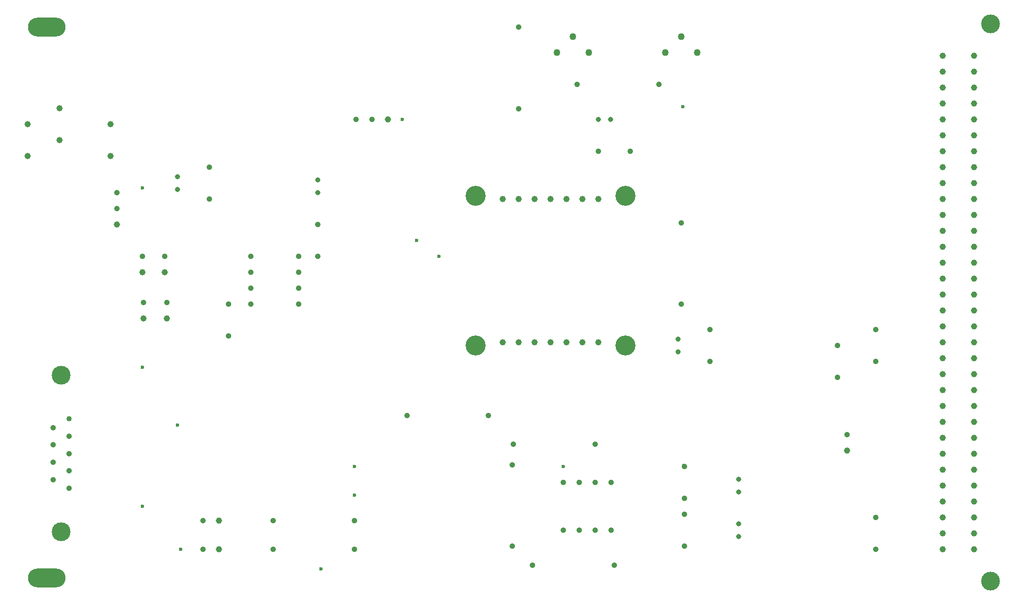
<source format=gbr>
G04 Generated by Ultiboard 10.0 *
%FSLAX25Y25*%
%MOIN*%

%ADD11C,0.02362*%
%ADD44O,0.23622X0.11811*%
%ADD13C,0.03500*%
%ADD45C,0.11833*%
%ADD46C,0.03333*%
%ADD16C,0.03150*%
%ADD17C,0.03543*%
%ADD18C,0.03917*%
%ADD20C,0.03937*%
%ADD47C,0.12598*%
%ADD15C,0.04333*%
%ADD12C,0.11811*%


G04 ColorRGB 000000 for the following layer *
%LNBohrung-Copper Top-Copper Bottom*%
%LPD*%
%FSLAX25Y25*%
%MOIN*%
G54D11*
X249000Y312000D03*
X110000Y42000D03*
X86000Y68984D03*
X108000Y120000D03*
X86000Y156467D03*
X198050Y29550D03*
X219000Y76000D03*
X219000Y94000D03*
X86000Y269000D03*
X303000Y126000D03*
X350000Y94000D03*
X258000Y236000D03*
X272000Y226000D03*
X425714Y94714D03*
X425000Y320000D03*
G54D44*
X26000Y24000D03*
X26000Y370000D03*
G54D13*
X30000Y96667D03*
X30000Y85750D03*
X30000Y107583D03*
X30000Y118500D03*
X40000Y91250D03*
X40000Y80333D03*
X40000Y113083D03*
X40000Y102167D03*
X70000Y266000D03*
X70000Y256000D03*
X140000Y176000D03*
X140000Y196000D03*
X124000Y60000D03*
X124000Y42000D03*
X86811Y197038D03*
X101548Y197038D03*
X86000Y226000D03*
X100000Y226000D03*
X196000Y226000D03*
X196000Y246000D03*
X154000Y206000D03*
X154000Y196000D03*
X154000Y216000D03*
X154000Y226000D03*
X184000Y206000D03*
X184000Y196000D03*
X184000Y216000D03*
X184000Y226000D03*
X128000Y282000D03*
X128000Y262000D03*
X220000Y312000D03*
X230000Y312000D03*
X380000Y54000D03*
X380000Y84000D03*
X360000Y54000D03*
X350000Y54000D03*
X370000Y54000D03*
X360000Y84000D03*
X350000Y84000D03*
X370000Y84000D03*
X425977Y94169D03*
X425977Y74169D03*
X426000Y64000D03*
X426000Y44000D03*
X442000Y160000D03*
X442000Y180000D03*
X372000Y292000D03*
X392000Y292000D03*
X546000Y62000D03*
X546000Y42000D03*
X528000Y114000D03*
X522000Y150000D03*
X522000Y170000D03*
X546000Y160000D03*
X546000Y180000D03*
G54D45*
X35000Y52917D03*
X35000Y151333D03*
G54D46*
X40000Y124000D03*
G54D16*
X108000Y276000D03*
X108000Y268126D03*
X196000Y266126D03*
X196000Y274000D03*
X460000Y50126D03*
X460000Y58000D03*
X460000Y78126D03*
X460000Y86000D03*
X422000Y174000D03*
X422000Y166126D03*
X379874Y312000D03*
X372000Y312000D03*
G54D17*
X252000Y126000D03*
X303181Y126000D03*
X168000Y60000D03*
X219181Y60000D03*
X168000Y42000D03*
X219181Y42000D03*
X330819Y32000D03*
X382000Y32000D03*
X318000Y44000D03*
X318000Y95181D03*
X318819Y108000D03*
X370000Y108000D03*
X424000Y196000D03*
X424000Y247181D03*
X358819Y334000D03*
X410000Y334000D03*
X322000Y318819D03*
X322000Y370000D03*
G54D18*
X70000Y246000D03*
X134000Y60000D03*
X134000Y42000D03*
X86811Y187038D03*
X101548Y187038D03*
X86000Y216000D03*
X100000Y216000D03*
X240000Y312000D03*
X528000Y104000D03*
G54D20*
X66000Y309000D03*
X34000Y319000D03*
X14000Y309000D03*
X66000Y289000D03*
X34000Y299000D03*
X14000Y289000D03*
X312000Y172000D03*
X342000Y172000D03*
X332000Y172000D03*
X322000Y172000D03*
X362000Y172000D03*
X352000Y172000D03*
X372000Y172000D03*
X312000Y262000D03*
X342000Y262000D03*
X332000Y262000D03*
X322000Y262000D03*
X362000Y262000D03*
X352000Y262000D03*
X372000Y262000D03*
X588000Y252000D03*
X607685Y252000D03*
X588000Y122000D03*
X607685Y122000D03*
X588000Y62000D03*
X607685Y62000D03*
X588000Y42000D03*
X588000Y52000D03*
X607685Y42000D03*
X607685Y52000D03*
X588000Y92000D03*
X588000Y82000D03*
X588000Y72000D03*
X588000Y112000D03*
X588000Y102000D03*
X607685Y92000D03*
X607685Y82000D03*
X607685Y72000D03*
X607685Y112000D03*
X607685Y102000D03*
X588000Y192000D03*
X607685Y192000D03*
X588000Y162000D03*
X588000Y142000D03*
X588000Y132000D03*
X588000Y152000D03*
X588000Y172000D03*
X588000Y182000D03*
X607685Y162000D03*
X607685Y142000D03*
X607685Y132000D03*
X607685Y152000D03*
X607685Y172000D03*
X607685Y182000D03*
X588000Y222000D03*
X588000Y202000D03*
X588000Y212000D03*
X588000Y232000D03*
X588000Y242000D03*
X607685Y222000D03*
X607685Y202000D03*
X607685Y212000D03*
X607685Y232000D03*
X607685Y242000D03*
X588000Y312000D03*
X607685Y312000D03*
X588000Y282000D03*
X588000Y272000D03*
X588000Y262000D03*
X588000Y302000D03*
X588000Y292000D03*
X607685Y282000D03*
X607685Y272000D03*
X607685Y262000D03*
X607685Y302000D03*
X607685Y292000D03*
X588000Y342000D03*
X588000Y332000D03*
X588000Y322000D03*
X588000Y352000D03*
X607685Y342000D03*
X607685Y332000D03*
X607685Y322000D03*
X607685Y352000D03*
G54D47*
X295000Y170000D03*
X389000Y170000D03*
X295000Y264000D03*
X389000Y264000D03*
G54D15*
X346000Y354000D03*
X366000Y354000D03*
X356000Y364000D03*
X414000Y354000D03*
X424000Y364000D03*
X434000Y354000D03*
G54D12*
X618000Y22000D03*
X618000Y372000D03*

M00*

</source>
